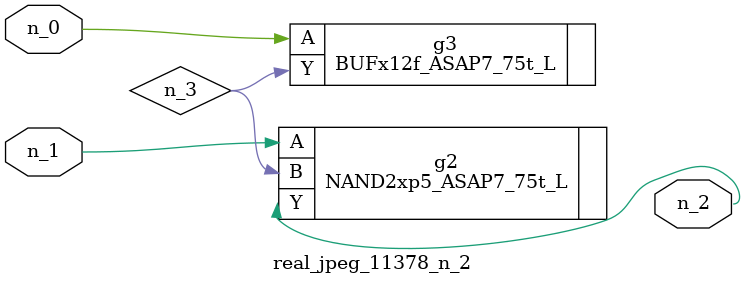
<source format=v>
module real_jpeg_11378_n_2 (n_1, n_0, n_2);

input n_1;
input n_0;

output n_2;

wire n_3;

BUFx12f_ASAP7_75t_L g3 ( 
.A(n_0),
.Y(n_3)
);

NAND2xp5_ASAP7_75t_L g2 ( 
.A(n_1),
.B(n_3),
.Y(n_2)
);


endmodule
</source>
